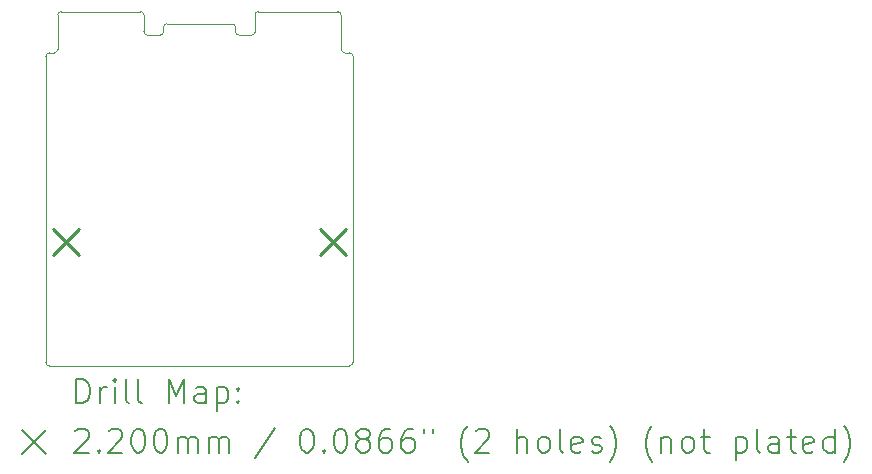
<source format=gbr>
%TF.GenerationSoftware,KiCad,Pcbnew,9.0.4*%
%TF.CreationDate,2025-08-29T17:47:37+02:00*%
%TF.ProjectId,rp2350_gpio_card,72703233-3530-45f6-9770-696f5f636172,X1*%
%TF.SameCoordinates,Original*%
%TF.FileFunction,Drillmap*%
%TF.FilePolarity,Positive*%
%FSLAX45Y45*%
G04 Gerber Fmt 4.5, Leading zero omitted, Abs format (unit mm)*
G04 Created by KiCad (PCBNEW 9.0.4) date 2025-08-29 17:47:37*
%MOMM*%
%LPD*%
G01*
G04 APERTURE LIST*
%ADD10C,0.050000*%
%ADD11C,0.200000*%
%ADD12C,0.220000*%
G04 APERTURE END LIST*
D10*
X11655518Y-5594643D02*
X11655518Y-8184643D01*
X9085518Y-8214643D02*
X11625518Y-8214643D01*
X10825518Y-5384643D02*
G75*
G02*
X10795518Y-5414638I-29998J3D01*
G01*
X9855518Y-5214643D02*
G75*
G02*
X9885517Y-5244643I2J-29997D01*
G01*
X10825518Y-5384643D02*
X10825518Y-5244643D01*
X10825518Y-5244643D02*
G75*
G02*
X10855518Y-5214638I30002J3D01*
G01*
X9855518Y-5214643D02*
X9185518Y-5214643D01*
X10855518Y-5214643D02*
X11525518Y-5214643D01*
X9085518Y-8214643D02*
G75*
G02*
X9055517Y-8184643I2J30003D01*
G01*
X10785518Y-5414643D02*
X10795518Y-5414643D01*
X9155518Y-5244643D02*
G75*
G02*
X9185518Y-5214638I30002J3D01*
G01*
X9155518Y-5534643D02*
X9155518Y-5244643D01*
X9155518Y-5534643D02*
G75*
G02*
X9125518Y-5564638I-29998J3D01*
G01*
X9055518Y-5594643D02*
G75*
G02*
X9085518Y-5564638I30002J3D01*
G01*
X9085518Y-5564643D02*
X9125518Y-5564643D01*
X11555518Y-5534643D02*
X11555518Y-5244643D01*
X11625518Y-5564643D02*
G75*
G02*
X11655517Y-5594643I2J-29997D01*
G01*
X11585518Y-5564643D02*
G75*
G02*
X11555517Y-5534643I2J30003D01*
G01*
X11585518Y-5564643D02*
X11625518Y-5564643D01*
X11525518Y-5214643D02*
G75*
G02*
X11555517Y-5244643I2J-29997D01*
G01*
X9885518Y-5384643D02*
X9885518Y-5244643D01*
X11655518Y-8184643D02*
G75*
G02*
X11625518Y-8214638I-29998J3D01*
G01*
X9915518Y-5414643D02*
G75*
G02*
X9885517Y-5384643I2J30003D01*
G01*
X9915518Y-5414643D02*
X9925518Y-5414643D01*
X9055518Y-5594643D02*
X9055518Y-8184643D01*
X10020518Y-5414643D02*
X9925518Y-5414643D01*
X10050518Y-5348643D02*
X10050518Y-5384643D01*
X10080518Y-5318643D02*
X10630518Y-5318643D01*
X10660518Y-5348643D02*
X10660518Y-5384643D01*
X10690518Y-5414643D02*
X10785518Y-5414643D01*
X10050518Y-5348643D02*
G75*
G02*
X10080518Y-5318643I30000J0D01*
G01*
X10050518Y-5384643D02*
G75*
G02*
X10020518Y-5414643I-30000J0D01*
G01*
X10630518Y-5318643D02*
G75*
G02*
X10660518Y-5348643I0J-30000D01*
G01*
X10690518Y-5414643D02*
G75*
G02*
X10660518Y-5384643I0J30000D01*
G01*
D11*
D12*
X9115518Y-7054643D02*
X9335518Y-7274643D01*
X9335518Y-7054643D02*
X9115518Y-7274643D01*
X11375518Y-7054643D02*
X11595518Y-7274643D01*
X11595518Y-7054643D02*
X11375518Y-7274643D01*
D11*
X9313795Y-8528627D02*
X9313795Y-8328627D01*
X9313795Y-8328627D02*
X9361414Y-8328627D01*
X9361414Y-8328627D02*
X9389986Y-8338151D01*
X9389986Y-8338151D02*
X9409033Y-8357199D01*
X9409033Y-8357199D02*
X9418557Y-8376246D01*
X9418557Y-8376246D02*
X9428081Y-8414341D01*
X9428081Y-8414341D02*
X9428081Y-8442913D01*
X9428081Y-8442913D02*
X9418557Y-8481008D01*
X9418557Y-8481008D02*
X9409033Y-8500056D01*
X9409033Y-8500056D02*
X9389986Y-8519103D01*
X9389986Y-8519103D02*
X9361414Y-8528627D01*
X9361414Y-8528627D02*
X9313795Y-8528627D01*
X9513795Y-8528627D02*
X9513795Y-8395294D01*
X9513795Y-8433389D02*
X9523319Y-8414341D01*
X9523319Y-8414341D02*
X9532843Y-8404818D01*
X9532843Y-8404818D02*
X9551890Y-8395294D01*
X9551890Y-8395294D02*
X9570938Y-8395294D01*
X9637605Y-8528627D02*
X9637605Y-8395294D01*
X9637605Y-8328627D02*
X9628081Y-8338151D01*
X9628081Y-8338151D02*
X9637605Y-8347675D01*
X9637605Y-8347675D02*
X9647128Y-8338151D01*
X9647128Y-8338151D02*
X9637605Y-8328627D01*
X9637605Y-8328627D02*
X9637605Y-8347675D01*
X9761414Y-8528627D02*
X9742367Y-8519103D01*
X9742367Y-8519103D02*
X9732843Y-8500056D01*
X9732843Y-8500056D02*
X9732843Y-8328627D01*
X9866176Y-8528627D02*
X9847128Y-8519103D01*
X9847128Y-8519103D02*
X9837605Y-8500056D01*
X9837605Y-8500056D02*
X9837605Y-8328627D01*
X10094748Y-8528627D02*
X10094748Y-8328627D01*
X10094748Y-8328627D02*
X10161414Y-8471484D01*
X10161414Y-8471484D02*
X10228081Y-8328627D01*
X10228081Y-8328627D02*
X10228081Y-8528627D01*
X10409033Y-8528627D02*
X10409033Y-8423865D01*
X10409033Y-8423865D02*
X10399509Y-8404818D01*
X10399509Y-8404818D02*
X10380462Y-8395294D01*
X10380462Y-8395294D02*
X10342367Y-8395294D01*
X10342367Y-8395294D02*
X10323319Y-8404818D01*
X10409033Y-8519103D02*
X10389986Y-8528627D01*
X10389986Y-8528627D02*
X10342367Y-8528627D01*
X10342367Y-8528627D02*
X10323319Y-8519103D01*
X10323319Y-8519103D02*
X10313795Y-8500056D01*
X10313795Y-8500056D02*
X10313795Y-8481008D01*
X10313795Y-8481008D02*
X10323319Y-8461961D01*
X10323319Y-8461961D02*
X10342367Y-8452437D01*
X10342367Y-8452437D02*
X10389986Y-8452437D01*
X10389986Y-8452437D02*
X10409033Y-8442913D01*
X10504271Y-8395294D02*
X10504271Y-8595294D01*
X10504271Y-8404818D02*
X10523319Y-8395294D01*
X10523319Y-8395294D02*
X10561414Y-8395294D01*
X10561414Y-8395294D02*
X10580462Y-8404818D01*
X10580462Y-8404818D02*
X10589986Y-8414341D01*
X10589986Y-8414341D02*
X10599509Y-8433389D01*
X10599509Y-8433389D02*
X10599509Y-8490532D01*
X10599509Y-8490532D02*
X10589986Y-8509580D01*
X10589986Y-8509580D02*
X10580462Y-8519103D01*
X10580462Y-8519103D02*
X10561414Y-8528627D01*
X10561414Y-8528627D02*
X10523319Y-8528627D01*
X10523319Y-8528627D02*
X10504271Y-8519103D01*
X10685224Y-8509580D02*
X10694748Y-8519103D01*
X10694748Y-8519103D02*
X10685224Y-8528627D01*
X10685224Y-8528627D02*
X10675700Y-8519103D01*
X10675700Y-8519103D02*
X10685224Y-8509580D01*
X10685224Y-8509580D02*
X10685224Y-8528627D01*
X10685224Y-8404818D02*
X10694748Y-8414341D01*
X10694748Y-8414341D02*
X10685224Y-8423865D01*
X10685224Y-8423865D02*
X10675700Y-8414341D01*
X10675700Y-8414341D02*
X10685224Y-8404818D01*
X10685224Y-8404818D02*
X10685224Y-8423865D01*
X8853018Y-8757143D02*
X9053018Y-8957143D01*
X9053018Y-8757143D02*
X8853018Y-8957143D01*
X9304271Y-8767675D02*
X9313795Y-8758151D01*
X9313795Y-8758151D02*
X9332843Y-8748627D01*
X9332843Y-8748627D02*
X9380462Y-8748627D01*
X9380462Y-8748627D02*
X9399509Y-8758151D01*
X9399509Y-8758151D02*
X9409033Y-8767675D01*
X9409033Y-8767675D02*
X9418557Y-8786722D01*
X9418557Y-8786722D02*
X9418557Y-8805770D01*
X9418557Y-8805770D02*
X9409033Y-8834341D01*
X9409033Y-8834341D02*
X9294748Y-8948627D01*
X9294748Y-8948627D02*
X9418557Y-8948627D01*
X9504271Y-8929580D02*
X9513795Y-8939103D01*
X9513795Y-8939103D02*
X9504271Y-8948627D01*
X9504271Y-8948627D02*
X9494748Y-8939103D01*
X9494748Y-8939103D02*
X9504271Y-8929580D01*
X9504271Y-8929580D02*
X9504271Y-8948627D01*
X9589986Y-8767675D02*
X9599509Y-8758151D01*
X9599509Y-8758151D02*
X9618557Y-8748627D01*
X9618557Y-8748627D02*
X9666176Y-8748627D01*
X9666176Y-8748627D02*
X9685224Y-8758151D01*
X9685224Y-8758151D02*
X9694748Y-8767675D01*
X9694748Y-8767675D02*
X9704271Y-8786722D01*
X9704271Y-8786722D02*
X9704271Y-8805770D01*
X9704271Y-8805770D02*
X9694748Y-8834341D01*
X9694748Y-8834341D02*
X9580462Y-8948627D01*
X9580462Y-8948627D02*
X9704271Y-8948627D01*
X9828081Y-8748627D02*
X9847129Y-8748627D01*
X9847129Y-8748627D02*
X9866176Y-8758151D01*
X9866176Y-8758151D02*
X9875700Y-8767675D01*
X9875700Y-8767675D02*
X9885224Y-8786722D01*
X9885224Y-8786722D02*
X9894748Y-8824818D01*
X9894748Y-8824818D02*
X9894748Y-8872437D01*
X9894748Y-8872437D02*
X9885224Y-8910532D01*
X9885224Y-8910532D02*
X9875700Y-8929580D01*
X9875700Y-8929580D02*
X9866176Y-8939103D01*
X9866176Y-8939103D02*
X9847129Y-8948627D01*
X9847129Y-8948627D02*
X9828081Y-8948627D01*
X9828081Y-8948627D02*
X9809033Y-8939103D01*
X9809033Y-8939103D02*
X9799509Y-8929580D01*
X9799509Y-8929580D02*
X9789986Y-8910532D01*
X9789986Y-8910532D02*
X9780462Y-8872437D01*
X9780462Y-8872437D02*
X9780462Y-8824818D01*
X9780462Y-8824818D02*
X9789986Y-8786722D01*
X9789986Y-8786722D02*
X9799509Y-8767675D01*
X9799509Y-8767675D02*
X9809033Y-8758151D01*
X9809033Y-8758151D02*
X9828081Y-8748627D01*
X10018557Y-8748627D02*
X10037605Y-8748627D01*
X10037605Y-8748627D02*
X10056652Y-8758151D01*
X10056652Y-8758151D02*
X10066176Y-8767675D01*
X10066176Y-8767675D02*
X10075700Y-8786722D01*
X10075700Y-8786722D02*
X10085224Y-8824818D01*
X10085224Y-8824818D02*
X10085224Y-8872437D01*
X10085224Y-8872437D02*
X10075700Y-8910532D01*
X10075700Y-8910532D02*
X10066176Y-8929580D01*
X10066176Y-8929580D02*
X10056652Y-8939103D01*
X10056652Y-8939103D02*
X10037605Y-8948627D01*
X10037605Y-8948627D02*
X10018557Y-8948627D01*
X10018557Y-8948627D02*
X9999509Y-8939103D01*
X9999509Y-8939103D02*
X9989986Y-8929580D01*
X9989986Y-8929580D02*
X9980462Y-8910532D01*
X9980462Y-8910532D02*
X9970938Y-8872437D01*
X9970938Y-8872437D02*
X9970938Y-8824818D01*
X9970938Y-8824818D02*
X9980462Y-8786722D01*
X9980462Y-8786722D02*
X9989986Y-8767675D01*
X9989986Y-8767675D02*
X9999509Y-8758151D01*
X9999509Y-8758151D02*
X10018557Y-8748627D01*
X10170938Y-8948627D02*
X10170938Y-8815294D01*
X10170938Y-8834341D02*
X10180462Y-8824818D01*
X10180462Y-8824818D02*
X10199509Y-8815294D01*
X10199509Y-8815294D02*
X10228081Y-8815294D01*
X10228081Y-8815294D02*
X10247129Y-8824818D01*
X10247129Y-8824818D02*
X10256652Y-8843865D01*
X10256652Y-8843865D02*
X10256652Y-8948627D01*
X10256652Y-8843865D02*
X10266176Y-8824818D01*
X10266176Y-8824818D02*
X10285224Y-8815294D01*
X10285224Y-8815294D02*
X10313795Y-8815294D01*
X10313795Y-8815294D02*
X10332843Y-8824818D01*
X10332843Y-8824818D02*
X10342367Y-8843865D01*
X10342367Y-8843865D02*
X10342367Y-8948627D01*
X10437605Y-8948627D02*
X10437605Y-8815294D01*
X10437605Y-8834341D02*
X10447129Y-8824818D01*
X10447129Y-8824818D02*
X10466176Y-8815294D01*
X10466176Y-8815294D02*
X10494748Y-8815294D01*
X10494748Y-8815294D02*
X10513795Y-8824818D01*
X10513795Y-8824818D02*
X10523319Y-8843865D01*
X10523319Y-8843865D02*
X10523319Y-8948627D01*
X10523319Y-8843865D02*
X10532843Y-8824818D01*
X10532843Y-8824818D02*
X10551890Y-8815294D01*
X10551890Y-8815294D02*
X10580462Y-8815294D01*
X10580462Y-8815294D02*
X10599510Y-8824818D01*
X10599510Y-8824818D02*
X10609033Y-8843865D01*
X10609033Y-8843865D02*
X10609033Y-8948627D01*
X10999510Y-8739103D02*
X10828081Y-8996246D01*
X11256652Y-8748627D02*
X11275700Y-8748627D01*
X11275700Y-8748627D02*
X11294748Y-8758151D01*
X11294748Y-8758151D02*
X11304271Y-8767675D01*
X11304271Y-8767675D02*
X11313795Y-8786722D01*
X11313795Y-8786722D02*
X11323319Y-8824818D01*
X11323319Y-8824818D02*
X11323319Y-8872437D01*
X11323319Y-8872437D02*
X11313795Y-8910532D01*
X11313795Y-8910532D02*
X11304271Y-8929580D01*
X11304271Y-8929580D02*
X11294748Y-8939103D01*
X11294748Y-8939103D02*
X11275700Y-8948627D01*
X11275700Y-8948627D02*
X11256652Y-8948627D01*
X11256652Y-8948627D02*
X11237605Y-8939103D01*
X11237605Y-8939103D02*
X11228081Y-8929580D01*
X11228081Y-8929580D02*
X11218557Y-8910532D01*
X11218557Y-8910532D02*
X11209033Y-8872437D01*
X11209033Y-8872437D02*
X11209033Y-8824818D01*
X11209033Y-8824818D02*
X11218557Y-8786722D01*
X11218557Y-8786722D02*
X11228081Y-8767675D01*
X11228081Y-8767675D02*
X11237605Y-8758151D01*
X11237605Y-8758151D02*
X11256652Y-8748627D01*
X11409033Y-8929580D02*
X11418557Y-8939103D01*
X11418557Y-8939103D02*
X11409033Y-8948627D01*
X11409033Y-8948627D02*
X11399510Y-8939103D01*
X11399510Y-8939103D02*
X11409033Y-8929580D01*
X11409033Y-8929580D02*
X11409033Y-8948627D01*
X11542367Y-8748627D02*
X11561414Y-8748627D01*
X11561414Y-8748627D02*
X11580462Y-8758151D01*
X11580462Y-8758151D02*
X11589986Y-8767675D01*
X11589986Y-8767675D02*
X11599510Y-8786722D01*
X11599510Y-8786722D02*
X11609033Y-8824818D01*
X11609033Y-8824818D02*
X11609033Y-8872437D01*
X11609033Y-8872437D02*
X11599510Y-8910532D01*
X11599510Y-8910532D02*
X11589986Y-8929580D01*
X11589986Y-8929580D02*
X11580462Y-8939103D01*
X11580462Y-8939103D02*
X11561414Y-8948627D01*
X11561414Y-8948627D02*
X11542367Y-8948627D01*
X11542367Y-8948627D02*
X11523319Y-8939103D01*
X11523319Y-8939103D02*
X11513795Y-8929580D01*
X11513795Y-8929580D02*
X11504271Y-8910532D01*
X11504271Y-8910532D02*
X11494748Y-8872437D01*
X11494748Y-8872437D02*
X11494748Y-8824818D01*
X11494748Y-8824818D02*
X11504271Y-8786722D01*
X11504271Y-8786722D02*
X11513795Y-8767675D01*
X11513795Y-8767675D02*
X11523319Y-8758151D01*
X11523319Y-8758151D02*
X11542367Y-8748627D01*
X11723319Y-8834341D02*
X11704271Y-8824818D01*
X11704271Y-8824818D02*
X11694748Y-8815294D01*
X11694748Y-8815294D02*
X11685224Y-8796246D01*
X11685224Y-8796246D02*
X11685224Y-8786722D01*
X11685224Y-8786722D02*
X11694748Y-8767675D01*
X11694748Y-8767675D02*
X11704271Y-8758151D01*
X11704271Y-8758151D02*
X11723319Y-8748627D01*
X11723319Y-8748627D02*
X11761414Y-8748627D01*
X11761414Y-8748627D02*
X11780462Y-8758151D01*
X11780462Y-8758151D02*
X11789986Y-8767675D01*
X11789986Y-8767675D02*
X11799510Y-8786722D01*
X11799510Y-8786722D02*
X11799510Y-8796246D01*
X11799510Y-8796246D02*
X11789986Y-8815294D01*
X11789986Y-8815294D02*
X11780462Y-8824818D01*
X11780462Y-8824818D02*
X11761414Y-8834341D01*
X11761414Y-8834341D02*
X11723319Y-8834341D01*
X11723319Y-8834341D02*
X11704271Y-8843865D01*
X11704271Y-8843865D02*
X11694748Y-8853389D01*
X11694748Y-8853389D02*
X11685224Y-8872437D01*
X11685224Y-8872437D02*
X11685224Y-8910532D01*
X11685224Y-8910532D02*
X11694748Y-8929580D01*
X11694748Y-8929580D02*
X11704271Y-8939103D01*
X11704271Y-8939103D02*
X11723319Y-8948627D01*
X11723319Y-8948627D02*
X11761414Y-8948627D01*
X11761414Y-8948627D02*
X11780462Y-8939103D01*
X11780462Y-8939103D02*
X11789986Y-8929580D01*
X11789986Y-8929580D02*
X11799510Y-8910532D01*
X11799510Y-8910532D02*
X11799510Y-8872437D01*
X11799510Y-8872437D02*
X11789986Y-8853389D01*
X11789986Y-8853389D02*
X11780462Y-8843865D01*
X11780462Y-8843865D02*
X11761414Y-8834341D01*
X11970938Y-8748627D02*
X11932843Y-8748627D01*
X11932843Y-8748627D02*
X11913795Y-8758151D01*
X11913795Y-8758151D02*
X11904271Y-8767675D01*
X11904271Y-8767675D02*
X11885224Y-8796246D01*
X11885224Y-8796246D02*
X11875700Y-8834341D01*
X11875700Y-8834341D02*
X11875700Y-8910532D01*
X11875700Y-8910532D02*
X11885224Y-8929580D01*
X11885224Y-8929580D02*
X11894748Y-8939103D01*
X11894748Y-8939103D02*
X11913795Y-8948627D01*
X11913795Y-8948627D02*
X11951891Y-8948627D01*
X11951891Y-8948627D02*
X11970938Y-8939103D01*
X11970938Y-8939103D02*
X11980462Y-8929580D01*
X11980462Y-8929580D02*
X11989986Y-8910532D01*
X11989986Y-8910532D02*
X11989986Y-8862913D01*
X11989986Y-8862913D02*
X11980462Y-8843865D01*
X11980462Y-8843865D02*
X11970938Y-8834341D01*
X11970938Y-8834341D02*
X11951891Y-8824818D01*
X11951891Y-8824818D02*
X11913795Y-8824818D01*
X11913795Y-8824818D02*
X11894748Y-8834341D01*
X11894748Y-8834341D02*
X11885224Y-8843865D01*
X11885224Y-8843865D02*
X11875700Y-8862913D01*
X12161414Y-8748627D02*
X12123319Y-8748627D01*
X12123319Y-8748627D02*
X12104271Y-8758151D01*
X12104271Y-8758151D02*
X12094748Y-8767675D01*
X12094748Y-8767675D02*
X12075700Y-8796246D01*
X12075700Y-8796246D02*
X12066176Y-8834341D01*
X12066176Y-8834341D02*
X12066176Y-8910532D01*
X12066176Y-8910532D02*
X12075700Y-8929580D01*
X12075700Y-8929580D02*
X12085224Y-8939103D01*
X12085224Y-8939103D02*
X12104271Y-8948627D01*
X12104271Y-8948627D02*
X12142367Y-8948627D01*
X12142367Y-8948627D02*
X12161414Y-8939103D01*
X12161414Y-8939103D02*
X12170938Y-8929580D01*
X12170938Y-8929580D02*
X12180462Y-8910532D01*
X12180462Y-8910532D02*
X12180462Y-8862913D01*
X12180462Y-8862913D02*
X12170938Y-8843865D01*
X12170938Y-8843865D02*
X12161414Y-8834341D01*
X12161414Y-8834341D02*
X12142367Y-8824818D01*
X12142367Y-8824818D02*
X12104271Y-8824818D01*
X12104271Y-8824818D02*
X12085224Y-8834341D01*
X12085224Y-8834341D02*
X12075700Y-8843865D01*
X12075700Y-8843865D02*
X12066176Y-8862913D01*
X12256652Y-8748627D02*
X12256652Y-8786722D01*
X12332843Y-8748627D02*
X12332843Y-8786722D01*
X12628081Y-9024818D02*
X12618557Y-9015294D01*
X12618557Y-9015294D02*
X12599510Y-8986722D01*
X12599510Y-8986722D02*
X12589986Y-8967675D01*
X12589986Y-8967675D02*
X12580462Y-8939103D01*
X12580462Y-8939103D02*
X12570938Y-8891484D01*
X12570938Y-8891484D02*
X12570938Y-8853389D01*
X12570938Y-8853389D02*
X12580462Y-8805770D01*
X12580462Y-8805770D02*
X12589986Y-8777199D01*
X12589986Y-8777199D02*
X12599510Y-8758151D01*
X12599510Y-8758151D02*
X12618557Y-8729580D01*
X12618557Y-8729580D02*
X12628081Y-8720056D01*
X12694748Y-8767675D02*
X12704272Y-8758151D01*
X12704272Y-8758151D02*
X12723319Y-8748627D01*
X12723319Y-8748627D02*
X12770938Y-8748627D01*
X12770938Y-8748627D02*
X12789986Y-8758151D01*
X12789986Y-8758151D02*
X12799510Y-8767675D01*
X12799510Y-8767675D02*
X12809033Y-8786722D01*
X12809033Y-8786722D02*
X12809033Y-8805770D01*
X12809033Y-8805770D02*
X12799510Y-8834341D01*
X12799510Y-8834341D02*
X12685224Y-8948627D01*
X12685224Y-8948627D02*
X12809033Y-8948627D01*
X13047129Y-8948627D02*
X13047129Y-8748627D01*
X13132843Y-8948627D02*
X13132843Y-8843865D01*
X13132843Y-8843865D02*
X13123319Y-8824818D01*
X13123319Y-8824818D02*
X13104272Y-8815294D01*
X13104272Y-8815294D02*
X13075700Y-8815294D01*
X13075700Y-8815294D02*
X13056653Y-8824818D01*
X13056653Y-8824818D02*
X13047129Y-8834341D01*
X13256653Y-8948627D02*
X13237605Y-8939103D01*
X13237605Y-8939103D02*
X13228081Y-8929580D01*
X13228081Y-8929580D02*
X13218557Y-8910532D01*
X13218557Y-8910532D02*
X13218557Y-8853389D01*
X13218557Y-8853389D02*
X13228081Y-8834341D01*
X13228081Y-8834341D02*
X13237605Y-8824818D01*
X13237605Y-8824818D02*
X13256653Y-8815294D01*
X13256653Y-8815294D02*
X13285224Y-8815294D01*
X13285224Y-8815294D02*
X13304272Y-8824818D01*
X13304272Y-8824818D02*
X13313795Y-8834341D01*
X13313795Y-8834341D02*
X13323319Y-8853389D01*
X13323319Y-8853389D02*
X13323319Y-8910532D01*
X13323319Y-8910532D02*
X13313795Y-8929580D01*
X13313795Y-8929580D02*
X13304272Y-8939103D01*
X13304272Y-8939103D02*
X13285224Y-8948627D01*
X13285224Y-8948627D02*
X13256653Y-8948627D01*
X13437605Y-8948627D02*
X13418557Y-8939103D01*
X13418557Y-8939103D02*
X13409034Y-8920056D01*
X13409034Y-8920056D02*
X13409034Y-8748627D01*
X13589986Y-8939103D02*
X13570938Y-8948627D01*
X13570938Y-8948627D02*
X13532843Y-8948627D01*
X13532843Y-8948627D02*
X13513795Y-8939103D01*
X13513795Y-8939103D02*
X13504272Y-8920056D01*
X13504272Y-8920056D02*
X13504272Y-8843865D01*
X13504272Y-8843865D02*
X13513795Y-8824818D01*
X13513795Y-8824818D02*
X13532843Y-8815294D01*
X13532843Y-8815294D02*
X13570938Y-8815294D01*
X13570938Y-8815294D02*
X13589986Y-8824818D01*
X13589986Y-8824818D02*
X13599510Y-8843865D01*
X13599510Y-8843865D02*
X13599510Y-8862913D01*
X13599510Y-8862913D02*
X13504272Y-8881961D01*
X13675700Y-8939103D02*
X13694748Y-8948627D01*
X13694748Y-8948627D02*
X13732843Y-8948627D01*
X13732843Y-8948627D02*
X13751891Y-8939103D01*
X13751891Y-8939103D02*
X13761415Y-8920056D01*
X13761415Y-8920056D02*
X13761415Y-8910532D01*
X13761415Y-8910532D02*
X13751891Y-8891484D01*
X13751891Y-8891484D02*
X13732843Y-8881961D01*
X13732843Y-8881961D02*
X13704272Y-8881961D01*
X13704272Y-8881961D02*
X13685224Y-8872437D01*
X13685224Y-8872437D02*
X13675700Y-8853389D01*
X13675700Y-8853389D02*
X13675700Y-8843865D01*
X13675700Y-8843865D02*
X13685224Y-8824818D01*
X13685224Y-8824818D02*
X13704272Y-8815294D01*
X13704272Y-8815294D02*
X13732843Y-8815294D01*
X13732843Y-8815294D02*
X13751891Y-8824818D01*
X13828081Y-9024818D02*
X13837605Y-9015294D01*
X13837605Y-9015294D02*
X13856653Y-8986722D01*
X13856653Y-8986722D02*
X13866176Y-8967675D01*
X13866176Y-8967675D02*
X13875700Y-8939103D01*
X13875700Y-8939103D02*
X13885224Y-8891484D01*
X13885224Y-8891484D02*
X13885224Y-8853389D01*
X13885224Y-8853389D02*
X13875700Y-8805770D01*
X13875700Y-8805770D02*
X13866176Y-8777199D01*
X13866176Y-8777199D02*
X13856653Y-8758151D01*
X13856653Y-8758151D02*
X13837605Y-8729580D01*
X13837605Y-8729580D02*
X13828081Y-8720056D01*
X14189986Y-9024818D02*
X14180462Y-9015294D01*
X14180462Y-9015294D02*
X14161415Y-8986722D01*
X14161415Y-8986722D02*
X14151891Y-8967675D01*
X14151891Y-8967675D02*
X14142367Y-8939103D01*
X14142367Y-8939103D02*
X14132843Y-8891484D01*
X14132843Y-8891484D02*
X14132843Y-8853389D01*
X14132843Y-8853389D02*
X14142367Y-8805770D01*
X14142367Y-8805770D02*
X14151891Y-8777199D01*
X14151891Y-8777199D02*
X14161415Y-8758151D01*
X14161415Y-8758151D02*
X14180462Y-8729580D01*
X14180462Y-8729580D02*
X14189986Y-8720056D01*
X14266176Y-8815294D02*
X14266176Y-8948627D01*
X14266176Y-8834341D02*
X14275700Y-8824818D01*
X14275700Y-8824818D02*
X14294748Y-8815294D01*
X14294748Y-8815294D02*
X14323319Y-8815294D01*
X14323319Y-8815294D02*
X14342367Y-8824818D01*
X14342367Y-8824818D02*
X14351891Y-8843865D01*
X14351891Y-8843865D02*
X14351891Y-8948627D01*
X14475700Y-8948627D02*
X14456653Y-8939103D01*
X14456653Y-8939103D02*
X14447129Y-8929580D01*
X14447129Y-8929580D02*
X14437605Y-8910532D01*
X14437605Y-8910532D02*
X14437605Y-8853389D01*
X14437605Y-8853389D02*
X14447129Y-8834341D01*
X14447129Y-8834341D02*
X14456653Y-8824818D01*
X14456653Y-8824818D02*
X14475700Y-8815294D01*
X14475700Y-8815294D02*
X14504272Y-8815294D01*
X14504272Y-8815294D02*
X14523319Y-8824818D01*
X14523319Y-8824818D02*
X14532843Y-8834341D01*
X14532843Y-8834341D02*
X14542367Y-8853389D01*
X14542367Y-8853389D02*
X14542367Y-8910532D01*
X14542367Y-8910532D02*
X14532843Y-8929580D01*
X14532843Y-8929580D02*
X14523319Y-8939103D01*
X14523319Y-8939103D02*
X14504272Y-8948627D01*
X14504272Y-8948627D02*
X14475700Y-8948627D01*
X14599510Y-8815294D02*
X14675700Y-8815294D01*
X14628081Y-8748627D02*
X14628081Y-8920056D01*
X14628081Y-8920056D02*
X14637605Y-8939103D01*
X14637605Y-8939103D02*
X14656653Y-8948627D01*
X14656653Y-8948627D02*
X14675700Y-8948627D01*
X14894748Y-8815294D02*
X14894748Y-9015294D01*
X14894748Y-8824818D02*
X14913796Y-8815294D01*
X14913796Y-8815294D02*
X14951891Y-8815294D01*
X14951891Y-8815294D02*
X14970938Y-8824818D01*
X14970938Y-8824818D02*
X14980462Y-8834341D01*
X14980462Y-8834341D02*
X14989986Y-8853389D01*
X14989986Y-8853389D02*
X14989986Y-8910532D01*
X14989986Y-8910532D02*
X14980462Y-8929580D01*
X14980462Y-8929580D02*
X14970938Y-8939103D01*
X14970938Y-8939103D02*
X14951891Y-8948627D01*
X14951891Y-8948627D02*
X14913796Y-8948627D01*
X14913796Y-8948627D02*
X14894748Y-8939103D01*
X15104272Y-8948627D02*
X15085224Y-8939103D01*
X15085224Y-8939103D02*
X15075700Y-8920056D01*
X15075700Y-8920056D02*
X15075700Y-8748627D01*
X15266177Y-8948627D02*
X15266177Y-8843865D01*
X15266177Y-8843865D02*
X15256653Y-8824818D01*
X15256653Y-8824818D02*
X15237605Y-8815294D01*
X15237605Y-8815294D02*
X15199510Y-8815294D01*
X15199510Y-8815294D02*
X15180462Y-8824818D01*
X15266177Y-8939103D02*
X15247129Y-8948627D01*
X15247129Y-8948627D02*
X15199510Y-8948627D01*
X15199510Y-8948627D02*
X15180462Y-8939103D01*
X15180462Y-8939103D02*
X15170938Y-8920056D01*
X15170938Y-8920056D02*
X15170938Y-8901008D01*
X15170938Y-8901008D02*
X15180462Y-8881961D01*
X15180462Y-8881961D02*
X15199510Y-8872437D01*
X15199510Y-8872437D02*
X15247129Y-8872437D01*
X15247129Y-8872437D02*
X15266177Y-8862913D01*
X15332843Y-8815294D02*
X15409034Y-8815294D01*
X15361415Y-8748627D02*
X15361415Y-8920056D01*
X15361415Y-8920056D02*
X15370938Y-8939103D01*
X15370938Y-8939103D02*
X15389986Y-8948627D01*
X15389986Y-8948627D02*
X15409034Y-8948627D01*
X15551891Y-8939103D02*
X15532843Y-8948627D01*
X15532843Y-8948627D02*
X15494748Y-8948627D01*
X15494748Y-8948627D02*
X15475700Y-8939103D01*
X15475700Y-8939103D02*
X15466177Y-8920056D01*
X15466177Y-8920056D02*
X15466177Y-8843865D01*
X15466177Y-8843865D02*
X15475700Y-8824818D01*
X15475700Y-8824818D02*
X15494748Y-8815294D01*
X15494748Y-8815294D02*
X15532843Y-8815294D01*
X15532843Y-8815294D02*
X15551891Y-8824818D01*
X15551891Y-8824818D02*
X15561415Y-8843865D01*
X15561415Y-8843865D02*
X15561415Y-8862913D01*
X15561415Y-8862913D02*
X15466177Y-8881961D01*
X15732843Y-8948627D02*
X15732843Y-8748627D01*
X15732843Y-8939103D02*
X15713796Y-8948627D01*
X15713796Y-8948627D02*
X15675700Y-8948627D01*
X15675700Y-8948627D02*
X15656653Y-8939103D01*
X15656653Y-8939103D02*
X15647129Y-8929580D01*
X15647129Y-8929580D02*
X15637605Y-8910532D01*
X15637605Y-8910532D02*
X15637605Y-8853389D01*
X15637605Y-8853389D02*
X15647129Y-8834341D01*
X15647129Y-8834341D02*
X15656653Y-8824818D01*
X15656653Y-8824818D02*
X15675700Y-8815294D01*
X15675700Y-8815294D02*
X15713796Y-8815294D01*
X15713796Y-8815294D02*
X15732843Y-8824818D01*
X15809034Y-9024818D02*
X15818558Y-9015294D01*
X15818558Y-9015294D02*
X15837605Y-8986722D01*
X15837605Y-8986722D02*
X15847129Y-8967675D01*
X15847129Y-8967675D02*
X15856653Y-8939103D01*
X15856653Y-8939103D02*
X15866177Y-8891484D01*
X15866177Y-8891484D02*
X15866177Y-8853389D01*
X15866177Y-8853389D02*
X15856653Y-8805770D01*
X15856653Y-8805770D02*
X15847129Y-8777199D01*
X15847129Y-8777199D02*
X15837605Y-8758151D01*
X15837605Y-8758151D02*
X15818558Y-8729580D01*
X15818558Y-8729580D02*
X15809034Y-8720056D01*
M02*

</source>
